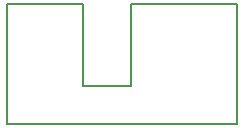
<source format=gbr>
%TF.GenerationSoftware,Novarm,DipTrace,3.3.1.3*%
%TF.CreationDate,2020-04-19T13:08:04+02:00*%
%FSLAX35Y35*%
%MOMM*%
%TF.FileFunction,Profile*%
%TF.Part,Single*%
%ADD11C,0.14*%
G75*
G01*
%LPD*%
X2950000Y1000000D2*
D11*
Y2020000D1*
X2150000D1*
X2050000D1*
Y1320000D1*
X1650000D1*
Y2020000D1*
X1000000D1*
Y1000000D1*
X2950000D1*
M02*

</source>
